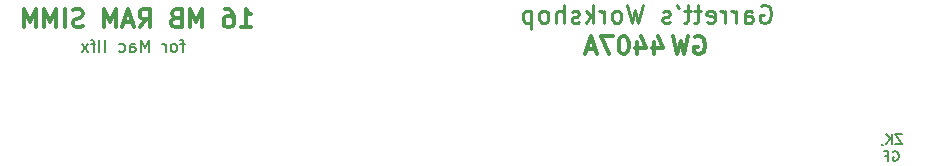
<source format=gbo>
G04 #@! TF.GenerationSoftware,KiCad,Pcbnew,(5.1.10-1-10_14)*
G04 #@! TF.CreationDate,2021-12-06T12:39:38-05:00*
G04 #@! TF.ProjectId,MacIIfxRAMSIMM,4d616349-4966-4785-9241-4d53494d4d2e,rev?*
G04 #@! TF.SameCoordinates,Original*
G04 #@! TF.FileFunction,Legend,Bot*
G04 #@! TF.FilePolarity,Positive*
%FSLAX46Y46*%
G04 Gerber Fmt 4.6, Leading zero omitted, Abs format (unit mm)*
G04 Created by KiCad (PCBNEW (5.1.10-1-10_14)) date 2021-12-06 12:39:38*
%MOMM*%
%LPD*%
G01*
G04 APERTURE LIST*
%ADD10C,0.203200*%
%ADD11C,0.300000*%
%ADD12C,0.225000*%
%ADD13C,0.175000*%
%ADD14C,2.150000*%
G04 APERTURE END LIST*
D10*
X105545466Y-116774685D02*
X105158419Y-116774685D01*
X105400323Y-117452019D02*
X105400323Y-116581161D01*
X105351942Y-116484400D01*
X105255180Y-116436019D01*
X105158419Y-116436019D01*
X104674609Y-117452019D02*
X104771371Y-117403638D01*
X104819752Y-117355257D01*
X104868133Y-117258495D01*
X104868133Y-116968209D01*
X104819752Y-116871447D01*
X104771371Y-116823066D01*
X104674609Y-116774685D01*
X104529466Y-116774685D01*
X104432704Y-116823066D01*
X104384323Y-116871447D01*
X104335942Y-116968209D01*
X104335942Y-117258495D01*
X104384323Y-117355257D01*
X104432704Y-117403638D01*
X104529466Y-117452019D01*
X104674609Y-117452019D01*
X103900514Y-117452019D02*
X103900514Y-116774685D01*
X103900514Y-116968209D02*
X103852133Y-116871447D01*
X103803752Y-116823066D01*
X103706990Y-116774685D01*
X103610228Y-116774685D01*
X102497466Y-117452019D02*
X102497466Y-116436019D01*
X102158800Y-117161733D01*
X101820133Y-116436019D01*
X101820133Y-117452019D01*
X100900895Y-117452019D02*
X100900895Y-116919828D01*
X100949276Y-116823066D01*
X101046038Y-116774685D01*
X101239561Y-116774685D01*
X101336323Y-116823066D01*
X100900895Y-117403638D02*
X100997657Y-117452019D01*
X101239561Y-117452019D01*
X101336323Y-117403638D01*
X101384704Y-117306876D01*
X101384704Y-117210114D01*
X101336323Y-117113352D01*
X101239561Y-117064971D01*
X100997657Y-117064971D01*
X100900895Y-117016590D01*
X99981657Y-117403638D02*
X100078419Y-117452019D01*
X100271942Y-117452019D01*
X100368704Y-117403638D01*
X100417085Y-117355257D01*
X100465466Y-117258495D01*
X100465466Y-116968209D01*
X100417085Y-116871447D01*
X100368704Y-116823066D01*
X100271942Y-116774685D01*
X100078419Y-116774685D01*
X99981657Y-116823066D01*
X98772133Y-117452019D02*
X98772133Y-116436019D01*
X98288323Y-117452019D02*
X98288323Y-116436019D01*
X97949657Y-116774685D02*
X97562609Y-116774685D01*
X97804514Y-117452019D02*
X97804514Y-116581161D01*
X97756133Y-116484400D01*
X97659371Y-116436019D01*
X97562609Y-116436019D01*
X97320704Y-117452019D02*
X96788514Y-116774685D01*
X97320704Y-116774685D02*
X96788514Y-117452019D01*
D11*
X148739142Y-116217000D02*
X148881999Y-116145571D01*
X149096285Y-116145571D01*
X149310571Y-116217000D01*
X149453428Y-116359857D01*
X149524856Y-116502714D01*
X149596285Y-116788428D01*
X149596285Y-117002714D01*
X149524856Y-117288428D01*
X149453428Y-117431285D01*
X149310571Y-117574142D01*
X149096285Y-117645571D01*
X148953428Y-117645571D01*
X148739142Y-117574142D01*
X148667714Y-117502714D01*
X148667714Y-117002714D01*
X148953428Y-117002714D01*
X148167714Y-116145571D02*
X147810571Y-117645571D01*
X147524856Y-116574142D01*
X147239142Y-117645571D01*
X146881999Y-116145571D01*
X145257286Y-116645571D02*
X145257286Y-117645571D01*
X145614428Y-116074142D02*
X145971571Y-117145571D01*
X145043000Y-117145571D01*
X143828714Y-116645571D02*
X143828714Y-117645571D01*
X144185857Y-116074142D02*
X144543000Y-117145571D01*
X143614428Y-117145571D01*
X142757286Y-116145571D02*
X142614428Y-116145571D01*
X142471571Y-116217000D01*
X142400143Y-116288428D01*
X142328714Y-116431285D01*
X142257286Y-116717000D01*
X142257286Y-117074142D01*
X142328714Y-117359857D01*
X142400143Y-117502714D01*
X142471571Y-117574142D01*
X142614428Y-117645571D01*
X142757286Y-117645571D01*
X142900143Y-117574142D01*
X142971571Y-117502714D01*
X143043000Y-117359857D01*
X143114428Y-117074142D01*
X143114428Y-116717000D01*
X143043000Y-116431285D01*
X142971571Y-116288428D01*
X142900143Y-116217000D01*
X142757286Y-116145571D01*
X141757286Y-116145571D02*
X140757286Y-116145571D01*
X141400143Y-117645571D01*
X140257286Y-117217000D02*
X139543000Y-117217000D01*
X140400143Y-117645571D02*
X139900143Y-116145571D01*
X139400143Y-117645571D01*
D12*
X154305000Y-113538000D02*
X154450142Y-113465428D01*
X154667857Y-113465428D01*
X154885571Y-113538000D01*
X155030714Y-113683142D01*
X155103285Y-113828285D01*
X155175857Y-114118571D01*
X155175857Y-114336285D01*
X155103285Y-114626571D01*
X155030714Y-114771714D01*
X154885571Y-114916857D01*
X154667857Y-114989428D01*
X154522714Y-114989428D01*
X154305000Y-114916857D01*
X154232428Y-114844285D01*
X154232428Y-114336285D01*
X154522714Y-114336285D01*
X152926142Y-114989428D02*
X152926142Y-114191142D01*
X152998714Y-114046000D01*
X153143857Y-113973428D01*
X153434142Y-113973428D01*
X153579285Y-114046000D01*
X152926142Y-114916857D02*
X153071285Y-114989428D01*
X153434142Y-114989428D01*
X153579285Y-114916857D01*
X153651857Y-114771714D01*
X153651857Y-114626571D01*
X153579285Y-114481428D01*
X153434142Y-114408857D01*
X153071285Y-114408857D01*
X152926142Y-114336285D01*
X152200428Y-114989428D02*
X152200428Y-113973428D01*
X152200428Y-114263714D02*
X152127857Y-114118571D01*
X152055285Y-114046000D01*
X151910142Y-113973428D01*
X151765000Y-113973428D01*
X151257000Y-114989428D02*
X151257000Y-113973428D01*
X151257000Y-114263714D02*
X151184428Y-114118571D01*
X151111857Y-114046000D01*
X150966714Y-113973428D01*
X150821571Y-113973428D01*
X149733000Y-114916857D02*
X149878142Y-114989428D01*
X150168428Y-114989428D01*
X150313571Y-114916857D01*
X150386142Y-114771714D01*
X150386142Y-114191142D01*
X150313571Y-114046000D01*
X150168428Y-113973428D01*
X149878142Y-113973428D01*
X149733000Y-114046000D01*
X149660428Y-114191142D01*
X149660428Y-114336285D01*
X150386142Y-114481428D01*
X149225000Y-113973428D02*
X148644428Y-113973428D01*
X149007285Y-113465428D02*
X149007285Y-114771714D01*
X148934714Y-114916857D01*
X148789571Y-114989428D01*
X148644428Y-114989428D01*
X148354142Y-113973428D02*
X147773571Y-113973428D01*
X148136428Y-113465428D02*
X148136428Y-114771714D01*
X148063857Y-114916857D01*
X147918714Y-114989428D01*
X147773571Y-114989428D01*
X147193000Y-113465428D02*
X147193000Y-113538000D01*
X147265571Y-113683142D01*
X147338142Y-113755714D01*
X146612428Y-114916857D02*
X146467285Y-114989428D01*
X146177000Y-114989428D01*
X146031857Y-114916857D01*
X145959285Y-114771714D01*
X145959285Y-114699142D01*
X146031857Y-114554000D01*
X146177000Y-114481428D01*
X146394714Y-114481428D01*
X146539857Y-114408857D01*
X146612428Y-114263714D01*
X146612428Y-114191142D01*
X146539857Y-114046000D01*
X146394714Y-113973428D01*
X146177000Y-113973428D01*
X146031857Y-114046000D01*
X144290142Y-113465428D02*
X143927285Y-114989428D01*
X143637000Y-113900857D01*
X143346714Y-114989428D01*
X142983857Y-113465428D01*
X142185571Y-114989428D02*
X142330714Y-114916857D01*
X142403285Y-114844285D01*
X142475857Y-114699142D01*
X142475857Y-114263714D01*
X142403285Y-114118571D01*
X142330714Y-114046000D01*
X142185571Y-113973428D01*
X141967857Y-113973428D01*
X141822714Y-114046000D01*
X141750142Y-114118571D01*
X141677571Y-114263714D01*
X141677571Y-114699142D01*
X141750142Y-114844285D01*
X141822714Y-114916857D01*
X141967857Y-114989428D01*
X142185571Y-114989428D01*
X141024428Y-114989428D02*
X141024428Y-113973428D01*
X141024428Y-114263714D02*
X140951857Y-114118571D01*
X140879285Y-114046000D01*
X140734142Y-113973428D01*
X140589000Y-113973428D01*
X140081000Y-114989428D02*
X140081000Y-113465428D01*
X139935857Y-114408857D02*
X139500428Y-114989428D01*
X139500428Y-113973428D02*
X140081000Y-114554000D01*
X138919857Y-114916857D02*
X138774714Y-114989428D01*
X138484428Y-114989428D01*
X138339285Y-114916857D01*
X138266714Y-114771714D01*
X138266714Y-114699142D01*
X138339285Y-114554000D01*
X138484428Y-114481428D01*
X138702142Y-114481428D01*
X138847285Y-114408857D01*
X138919857Y-114263714D01*
X138919857Y-114191142D01*
X138847285Y-114046000D01*
X138702142Y-113973428D01*
X138484428Y-113973428D01*
X138339285Y-114046000D01*
X137613571Y-114989428D02*
X137613571Y-113465428D01*
X136960428Y-114989428D02*
X136960428Y-114191142D01*
X137033000Y-114046000D01*
X137178142Y-113973428D01*
X137395857Y-113973428D01*
X137541000Y-114046000D01*
X137613571Y-114118571D01*
X136017000Y-114989428D02*
X136162142Y-114916857D01*
X136234714Y-114844285D01*
X136307285Y-114699142D01*
X136307285Y-114263714D01*
X136234714Y-114118571D01*
X136162142Y-114046000D01*
X136017000Y-113973428D01*
X135799285Y-113973428D01*
X135654142Y-114046000D01*
X135581571Y-114118571D01*
X135509000Y-114263714D01*
X135509000Y-114699142D01*
X135581571Y-114844285D01*
X135654142Y-114916857D01*
X135799285Y-114989428D01*
X136017000Y-114989428D01*
X134855857Y-113973428D02*
X134855857Y-115497428D01*
X134855857Y-114046000D02*
X134710714Y-113973428D01*
X134420428Y-113973428D01*
X134275285Y-114046000D01*
X134202714Y-114118571D01*
X134130142Y-114263714D01*
X134130142Y-114699142D01*
X134202714Y-114844285D01*
X134275285Y-114916857D01*
X134420428Y-114989428D01*
X134710714Y-114989428D01*
X134855857Y-114916857D01*
D11*
X110254142Y-115370428D02*
X111125000Y-115370428D01*
X110689571Y-115370428D02*
X110689571Y-113846428D01*
X110834714Y-114064142D01*
X110979857Y-114209285D01*
X111125000Y-114281857D01*
X108947857Y-113846428D02*
X109238142Y-113846428D01*
X109383285Y-113919000D01*
X109455857Y-113991571D01*
X109601000Y-114209285D01*
X109673571Y-114499571D01*
X109673571Y-115080142D01*
X109601000Y-115225285D01*
X109528428Y-115297857D01*
X109383285Y-115370428D01*
X109093000Y-115370428D01*
X108947857Y-115297857D01*
X108875285Y-115225285D01*
X108802714Y-115080142D01*
X108802714Y-114717285D01*
X108875285Y-114572142D01*
X108947857Y-114499571D01*
X109093000Y-114427000D01*
X109383285Y-114427000D01*
X109528428Y-114499571D01*
X109601000Y-114572142D01*
X109673571Y-114717285D01*
X106988428Y-115370428D02*
X106988428Y-113846428D01*
X106480428Y-114935000D01*
X105972428Y-113846428D01*
X105972428Y-115370428D01*
X104738714Y-114572142D02*
X104521000Y-114644714D01*
X104448428Y-114717285D01*
X104375857Y-114862428D01*
X104375857Y-115080142D01*
X104448428Y-115225285D01*
X104521000Y-115297857D01*
X104666142Y-115370428D01*
X105246714Y-115370428D01*
X105246714Y-113846428D01*
X104738714Y-113846428D01*
X104593571Y-113919000D01*
X104521000Y-113991571D01*
X104448428Y-114136714D01*
X104448428Y-114281857D01*
X104521000Y-114427000D01*
X104593571Y-114499571D01*
X104738714Y-114572142D01*
X105246714Y-114572142D01*
X101690714Y-115370428D02*
X102198714Y-114644714D01*
X102561571Y-115370428D02*
X102561571Y-113846428D01*
X101981000Y-113846428D01*
X101835857Y-113919000D01*
X101763285Y-113991571D01*
X101690714Y-114136714D01*
X101690714Y-114354428D01*
X101763285Y-114499571D01*
X101835857Y-114572142D01*
X101981000Y-114644714D01*
X102561571Y-114644714D01*
X101110142Y-114935000D02*
X100384428Y-114935000D01*
X101255285Y-115370428D02*
X100747285Y-113846428D01*
X100239285Y-115370428D01*
X99731285Y-115370428D02*
X99731285Y-113846428D01*
X99223285Y-114935000D01*
X98715285Y-113846428D01*
X98715285Y-115370428D01*
X96901000Y-115297857D02*
X96683285Y-115370428D01*
X96320428Y-115370428D01*
X96175285Y-115297857D01*
X96102714Y-115225285D01*
X96030142Y-115080142D01*
X96030142Y-114935000D01*
X96102714Y-114789857D01*
X96175285Y-114717285D01*
X96320428Y-114644714D01*
X96610714Y-114572142D01*
X96755857Y-114499571D01*
X96828428Y-114427000D01*
X96901000Y-114281857D01*
X96901000Y-114136714D01*
X96828428Y-113991571D01*
X96755857Y-113919000D01*
X96610714Y-113846428D01*
X96247857Y-113846428D01*
X96030142Y-113919000D01*
X95377000Y-115370428D02*
X95377000Y-113846428D01*
X94651285Y-115370428D02*
X94651285Y-113846428D01*
X94143285Y-114935000D01*
X93635285Y-113846428D01*
X93635285Y-115370428D01*
X92909571Y-115370428D02*
X92909571Y-113846428D01*
X92401571Y-114935000D01*
X91893571Y-113846428D01*
X91893571Y-115370428D01*
D10*
X166224857Y-124446695D02*
X165682990Y-124446695D01*
X166224857Y-125259495D01*
X165682990Y-125259495D01*
X165373352Y-125259495D02*
X165373352Y-124446695D01*
X164908895Y-125259495D02*
X165257238Y-124795038D01*
X164908895Y-124446695D02*
X165373352Y-124911152D01*
X164521847Y-125220790D02*
X164521847Y-125259495D01*
X164560552Y-125336904D01*
X164599257Y-125375609D01*
X165489466Y-125907800D02*
X165566876Y-125869095D01*
X165682990Y-125869095D01*
X165799104Y-125907800D01*
X165876514Y-125985209D01*
X165915219Y-126062619D01*
X165953923Y-126217438D01*
X165953923Y-126333552D01*
X165915219Y-126488371D01*
X165876514Y-126565780D01*
X165799104Y-126643190D01*
X165682990Y-126681895D01*
X165605580Y-126681895D01*
X165489466Y-126643190D01*
X165450761Y-126604485D01*
X165450761Y-126333552D01*
X165605580Y-126333552D01*
X164831485Y-126256142D02*
X165102419Y-126256142D01*
X165102419Y-126681895D02*
X165102419Y-125869095D01*
X164715371Y-125869095D01*
%LPC*%
D13*
G36*
X117475000Y-127635000D02*
G01*
X78105000Y-127635000D01*
X77597000Y-125031500D01*
X117983000Y-125031500D01*
X117475000Y-127635000D01*
G37*
X117475000Y-127635000D02*
X78105000Y-127635000D01*
X77597000Y-125031500D01*
X117983000Y-125031500D01*
X117475000Y-127635000D01*
G36*
X163195000Y-127635000D02*
G01*
X123825000Y-127635000D01*
X123317000Y-125031500D01*
X163703000Y-125031500D01*
X163195000Y-127635000D01*
G37*
X163195000Y-127635000D02*
X123825000Y-127635000D01*
X123317000Y-125031500D01*
X163703000Y-125031500D01*
X163195000Y-127635000D01*
G36*
G01*
X77509300Y-127233440D02*
X77509300Y-124988560D01*
G75*
G02*
X77985860Y-124512000I476560J0D01*
G01*
X78224140Y-124512000D01*
G75*
G02*
X78700700Y-124988560I0J-476560D01*
G01*
X78700700Y-127233440D01*
G75*
G02*
X78224140Y-127710000I-476560J0D01*
G01*
X77985860Y-127710000D01*
G75*
G02*
X77509300Y-127233440I0J476560D01*
G01*
G37*
G36*
G01*
X78779300Y-127233440D02*
X78779300Y-124988560D01*
G75*
G02*
X79255860Y-124512000I476560J0D01*
G01*
X79494140Y-124512000D01*
G75*
G02*
X79970700Y-124988560I0J-476560D01*
G01*
X79970700Y-127233440D01*
G75*
G02*
X79494140Y-127710000I-476560J0D01*
G01*
X79255860Y-127710000D01*
G75*
G02*
X78779300Y-127233440I0J476560D01*
G01*
G37*
G36*
G01*
X80049300Y-127233440D02*
X80049300Y-124988560D01*
G75*
G02*
X80525860Y-124512000I476560J0D01*
G01*
X80764140Y-124512000D01*
G75*
G02*
X81240700Y-124988560I0J-476560D01*
G01*
X81240700Y-127233440D01*
G75*
G02*
X80764140Y-127710000I-476560J0D01*
G01*
X80525860Y-127710000D01*
G75*
G02*
X80049300Y-127233440I0J476560D01*
G01*
G37*
G36*
G01*
X81319300Y-127233440D02*
X81319300Y-124988560D01*
G75*
G02*
X81795860Y-124512000I476560J0D01*
G01*
X82034140Y-124512000D01*
G75*
G02*
X82510700Y-124988560I0J-476560D01*
G01*
X82510700Y-127233440D01*
G75*
G02*
X82034140Y-127710000I-476560J0D01*
G01*
X81795860Y-127710000D01*
G75*
G02*
X81319300Y-127233440I0J476560D01*
G01*
G37*
G36*
G01*
X82589300Y-127233440D02*
X82589300Y-124988560D01*
G75*
G02*
X83065860Y-124512000I476560J0D01*
G01*
X83304140Y-124512000D01*
G75*
G02*
X83780700Y-124988560I0J-476560D01*
G01*
X83780700Y-127233440D01*
G75*
G02*
X83304140Y-127710000I-476560J0D01*
G01*
X83065860Y-127710000D01*
G75*
G02*
X82589300Y-127233440I0J476560D01*
G01*
G37*
G36*
G01*
X83859300Y-127233440D02*
X83859300Y-124988560D01*
G75*
G02*
X84335860Y-124512000I476560J0D01*
G01*
X84574140Y-124512000D01*
G75*
G02*
X85050700Y-124988560I0J-476560D01*
G01*
X85050700Y-127233440D01*
G75*
G02*
X84574140Y-127710000I-476560J0D01*
G01*
X84335860Y-127710000D01*
G75*
G02*
X83859300Y-127233440I0J476560D01*
G01*
G37*
G36*
G01*
X85129300Y-127233440D02*
X85129300Y-124988560D01*
G75*
G02*
X85605860Y-124512000I476560J0D01*
G01*
X85844140Y-124512000D01*
G75*
G02*
X86320700Y-124988560I0J-476560D01*
G01*
X86320700Y-127233440D01*
G75*
G02*
X85844140Y-127710000I-476560J0D01*
G01*
X85605860Y-127710000D01*
G75*
G02*
X85129300Y-127233440I0J476560D01*
G01*
G37*
G36*
G01*
X86399300Y-127233440D02*
X86399300Y-124988560D01*
G75*
G02*
X86875860Y-124512000I476560J0D01*
G01*
X87114140Y-124512000D01*
G75*
G02*
X87590700Y-124988560I0J-476560D01*
G01*
X87590700Y-127233440D01*
G75*
G02*
X87114140Y-127710000I-476560J0D01*
G01*
X86875860Y-127710000D01*
G75*
G02*
X86399300Y-127233440I0J476560D01*
G01*
G37*
G36*
G01*
X87669300Y-127233440D02*
X87669300Y-124988560D01*
G75*
G02*
X88145860Y-124512000I476560J0D01*
G01*
X88384140Y-124512000D01*
G75*
G02*
X88860700Y-124988560I0J-476560D01*
G01*
X88860700Y-127233440D01*
G75*
G02*
X88384140Y-127710000I-476560J0D01*
G01*
X88145860Y-127710000D01*
G75*
G02*
X87669300Y-127233440I0J476560D01*
G01*
G37*
G36*
G01*
X88939300Y-127233440D02*
X88939300Y-124988560D01*
G75*
G02*
X89415860Y-124512000I476560J0D01*
G01*
X89654140Y-124512000D01*
G75*
G02*
X90130700Y-124988560I0J-476560D01*
G01*
X90130700Y-127233440D01*
G75*
G02*
X89654140Y-127710000I-476560J0D01*
G01*
X89415860Y-127710000D01*
G75*
G02*
X88939300Y-127233440I0J476560D01*
G01*
G37*
G36*
G01*
X90209300Y-127233440D02*
X90209300Y-124988560D01*
G75*
G02*
X90685860Y-124512000I476560J0D01*
G01*
X90924140Y-124512000D01*
G75*
G02*
X91400700Y-124988560I0J-476560D01*
G01*
X91400700Y-127233440D01*
G75*
G02*
X90924140Y-127710000I-476560J0D01*
G01*
X90685860Y-127710000D01*
G75*
G02*
X90209300Y-127233440I0J476560D01*
G01*
G37*
G36*
G01*
X91479300Y-127233440D02*
X91479300Y-124988560D01*
G75*
G02*
X91955860Y-124512000I476560J0D01*
G01*
X92194140Y-124512000D01*
G75*
G02*
X92670700Y-124988560I0J-476560D01*
G01*
X92670700Y-127233440D01*
G75*
G02*
X92194140Y-127710000I-476560J0D01*
G01*
X91955860Y-127710000D01*
G75*
G02*
X91479300Y-127233440I0J476560D01*
G01*
G37*
G36*
G01*
X92749300Y-127233440D02*
X92749300Y-124988560D01*
G75*
G02*
X93225860Y-124512000I476560J0D01*
G01*
X93464140Y-124512000D01*
G75*
G02*
X93940700Y-124988560I0J-476560D01*
G01*
X93940700Y-127233440D01*
G75*
G02*
X93464140Y-127710000I-476560J0D01*
G01*
X93225860Y-127710000D01*
G75*
G02*
X92749300Y-127233440I0J476560D01*
G01*
G37*
G36*
G01*
X94019300Y-127233440D02*
X94019300Y-124988560D01*
G75*
G02*
X94495860Y-124512000I476560J0D01*
G01*
X94734140Y-124512000D01*
G75*
G02*
X95210700Y-124988560I0J-476560D01*
G01*
X95210700Y-127233440D01*
G75*
G02*
X94734140Y-127710000I-476560J0D01*
G01*
X94495860Y-127710000D01*
G75*
G02*
X94019300Y-127233440I0J476560D01*
G01*
G37*
G36*
G01*
X95289300Y-127233440D02*
X95289300Y-124988560D01*
G75*
G02*
X95765860Y-124512000I476560J0D01*
G01*
X96004140Y-124512000D01*
G75*
G02*
X96480700Y-124988560I0J-476560D01*
G01*
X96480700Y-127233440D01*
G75*
G02*
X96004140Y-127710000I-476560J0D01*
G01*
X95765860Y-127710000D01*
G75*
G02*
X95289300Y-127233440I0J476560D01*
G01*
G37*
G36*
G01*
X96559300Y-127233440D02*
X96559300Y-124988560D01*
G75*
G02*
X97035860Y-124512000I476560J0D01*
G01*
X97274140Y-124512000D01*
G75*
G02*
X97750700Y-124988560I0J-476560D01*
G01*
X97750700Y-127233440D01*
G75*
G02*
X97274140Y-127710000I-476560J0D01*
G01*
X97035860Y-127710000D01*
G75*
G02*
X96559300Y-127233440I0J476560D01*
G01*
G37*
G36*
G01*
X97829300Y-127233440D02*
X97829300Y-124988560D01*
G75*
G02*
X98305860Y-124512000I476560J0D01*
G01*
X98544140Y-124512000D01*
G75*
G02*
X99020700Y-124988560I0J-476560D01*
G01*
X99020700Y-127233440D01*
G75*
G02*
X98544140Y-127710000I-476560J0D01*
G01*
X98305860Y-127710000D01*
G75*
G02*
X97829300Y-127233440I0J476560D01*
G01*
G37*
G36*
G01*
X99099300Y-127233440D02*
X99099300Y-124988560D01*
G75*
G02*
X99575860Y-124512000I476560J0D01*
G01*
X99814140Y-124512000D01*
G75*
G02*
X100290700Y-124988560I0J-476560D01*
G01*
X100290700Y-127233440D01*
G75*
G02*
X99814140Y-127710000I-476560J0D01*
G01*
X99575860Y-127710000D01*
G75*
G02*
X99099300Y-127233440I0J476560D01*
G01*
G37*
G36*
G01*
X100369300Y-127233440D02*
X100369300Y-124988560D01*
G75*
G02*
X100845860Y-124512000I476560J0D01*
G01*
X101084140Y-124512000D01*
G75*
G02*
X101560700Y-124988560I0J-476560D01*
G01*
X101560700Y-127233440D01*
G75*
G02*
X101084140Y-127710000I-476560J0D01*
G01*
X100845860Y-127710000D01*
G75*
G02*
X100369300Y-127233440I0J476560D01*
G01*
G37*
G36*
G01*
X101639300Y-127233440D02*
X101639300Y-124988560D01*
G75*
G02*
X102115860Y-124512000I476560J0D01*
G01*
X102354140Y-124512000D01*
G75*
G02*
X102830700Y-124988560I0J-476560D01*
G01*
X102830700Y-127233440D01*
G75*
G02*
X102354140Y-127710000I-476560J0D01*
G01*
X102115860Y-127710000D01*
G75*
G02*
X101639300Y-127233440I0J476560D01*
G01*
G37*
G36*
G01*
X102909300Y-127233440D02*
X102909300Y-124988560D01*
G75*
G02*
X103385860Y-124512000I476560J0D01*
G01*
X103624140Y-124512000D01*
G75*
G02*
X104100700Y-124988560I0J-476560D01*
G01*
X104100700Y-127233440D01*
G75*
G02*
X103624140Y-127710000I-476560J0D01*
G01*
X103385860Y-127710000D01*
G75*
G02*
X102909300Y-127233440I0J476560D01*
G01*
G37*
G36*
G01*
X104179300Y-127233440D02*
X104179300Y-124988560D01*
G75*
G02*
X104655860Y-124512000I476560J0D01*
G01*
X104894140Y-124512000D01*
G75*
G02*
X105370700Y-124988560I0J-476560D01*
G01*
X105370700Y-127233440D01*
G75*
G02*
X104894140Y-127710000I-476560J0D01*
G01*
X104655860Y-127710000D01*
G75*
G02*
X104179300Y-127233440I0J476560D01*
G01*
G37*
G36*
G01*
X105449300Y-127233440D02*
X105449300Y-124988560D01*
G75*
G02*
X105925860Y-124512000I476560J0D01*
G01*
X106164140Y-124512000D01*
G75*
G02*
X106640700Y-124988560I0J-476560D01*
G01*
X106640700Y-127233440D01*
G75*
G02*
X106164140Y-127710000I-476560J0D01*
G01*
X105925860Y-127710000D01*
G75*
G02*
X105449300Y-127233440I0J476560D01*
G01*
G37*
G36*
G01*
X106719300Y-127233440D02*
X106719300Y-124988560D01*
G75*
G02*
X107195860Y-124512000I476560J0D01*
G01*
X107434140Y-124512000D01*
G75*
G02*
X107910700Y-124988560I0J-476560D01*
G01*
X107910700Y-127233440D01*
G75*
G02*
X107434140Y-127710000I-476560J0D01*
G01*
X107195860Y-127710000D01*
G75*
G02*
X106719300Y-127233440I0J476560D01*
G01*
G37*
G36*
G01*
X107989300Y-127233440D02*
X107989300Y-124988560D01*
G75*
G02*
X108465860Y-124512000I476560J0D01*
G01*
X108704140Y-124512000D01*
G75*
G02*
X109180700Y-124988560I0J-476560D01*
G01*
X109180700Y-127233440D01*
G75*
G02*
X108704140Y-127710000I-476560J0D01*
G01*
X108465860Y-127710000D01*
G75*
G02*
X107989300Y-127233440I0J476560D01*
G01*
G37*
G36*
G01*
X109259300Y-127233440D02*
X109259300Y-124988560D01*
G75*
G02*
X109735860Y-124512000I476560J0D01*
G01*
X109974140Y-124512000D01*
G75*
G02*
X110450700Y-124988560I0J-476560D01*
G01*
X110450700Y-127233440D01*
G75*
G02*
X109974140Y-127710000I-476560J0D01*
G01*
X109735860Y-127710000D01*
G75*
G02*
X109259300Y-127233440I0J476560D01*
G01*
G37*
G36*
G01*
X110529300Y-127233440D02*
X110529300Y-124988560D01*
G75*
G02*
X111005860Y-124512000I476560J0D01*
G01*
X111244140Y-124512000D01*
G75*
G02*
X111720700Y-124988560I0J-476560D01*
G01*
X111720700Y-127233440D01*
G75*
G02*
X111244140Y-127710000I-476560J0D01*
G01*
X111005860Y-127710000D01*
G75*
G02*
X110529300Y-127233440I0J476560D01*
G01*
G37*
G36*
G01*
X111799300Y-127233440D02*
X111799300Y-124988560D01*
G75*
G02*
X112275860Y-124512000I476560J0D01*
G01*
X112514140Y-124512000D01*
G75*
G02*
X112990700Y-124988560I0J-476560D01*
G01*
X112990700Y-127233440D01*
G75*
G02*
X112514140Y-127710000I-476560J0D01*
G01*
X112275860Y-127710000D01*
G75*
G02*
X111799300Y-127233440I0J476560D01*
G01*
G37*
G36*
G01*
X113069300Y-127233440D02*
X113069300Y-124988560D01*
G75*
G02*
X113545860Y-124512000I476560J0D01*
G01*
X113784140Y-124512000D01*
G75*
G02*
X114260700Y-124988560I0J-476560D01*
G01*
X114260700Y-127233440D01*
G75*
G02*
X113784140Y-127710000I-476560J0D01*
G01*
X113545860Y-127710000D01*
G75*
G02*
X113069300Y-127233440I0J476560D01*
G01*
G37*
G36*
G01*
X114339300Y-127233440D02*
X114339300Y-124988560D01*
G75*
G02*
X114815860Y-124512000I476560J0D01*
G01*
X115054140Y-124512000D01*
G75*
G02*
X115530700Y-124988560I0J-476560D01*
G01*
X115530700Y-127233440D01*
G75*
G02*
X115054140Y-127710000I-476560J0D01*
G01*
X114815860Y-127710000D01*
G75*
G02*
X114339300Y-127233440I0J476560D01*
G01*
G37*
G36*
G01*
X115609300Y-127233440D02*
X115609300Y-124988560D01*
G75*
G02*
X116085860Y-124512000I476560J0D01*
G01*
X116324140Y-124512000D01*
G75*
G02*
X116800700Y-124988560I0J-476560D01*
G01*
X116800700Y-127233440D01*
G75*
G02*
X116324140Y-127710000I-476560J0D01*
G01*
X116085860Y-127710000D01*
G75*
G02*
X115609300Y-127233440I0J476560D01*
G01*
G37*
G36*
G01*
X116879300Y-127233440D02*
X116879300Y-124988560D01*
G75*
G02*
X117355860Y-124512000I476560J0D01*
G01*
X117594140Y-124512000D01*
G75*
G02*
X118070700Y-124988560I0J-476560D01*
G01*
X118070700Y-127233440D01*
G75*
G02*
X117594140Y-127710000I-476560J0D01*
G01*
X117355860Y-127710000D01*
G75*
G02*
X116879300Y-127233440I0J476560D01*
G01*
G37*
G36*
G01*
X123229300Y-127233440D02*
X123229300Y-124988560D01*
G75*
G02*
X123705860Y-124512000I476560J0D01*
G01*
X123944140Y-124512000D01*
G75*
G02*
X124420700Y-124988560I0J-476560D01*
G01*
X124420700Y-127233440D01*
G75*
G02*
X123944140Y-127710000I-476560J0D01*
G01*
X123705860Y-127710000D01*
G75*
G02*
X123229300Y-127233440I0J476560D01*
G01*
G37*
G36*
G01*
X124499300Y-127233440D02*
X124499300Y-124988560D01*
G75*
G02*
X124975860Y-124512000I476560J0D01*
G01*
X125214140Y-124512000D01*
G75*
G02*
X125690700Y-124988560I0J-476560D01*
G01*
X125690700Y-127233440D01*
G75*
G02*
X125214140Y-127710000I-476560J0D01*
G01*
X124975860Y-127710000D01*
G75*
G02*
X124499300Y-127233440I0J476560D01*
G01*
G37*
G36*
G01*
X125769300Y-127233440D02*
X125769300Y-124988560D01*
G75*
G02*
X126245860Y-124512000I476560J0D01*
G01*
X126484140Y-124512000D01*
G75*
G02*
X126960700Y-124988560I0J-476560D01*
G01*
X126960700Y-127233440D01*
G75*
G02*
X126484140Y-127710000I-476560J0D01*
G01*
X126245860Y-127710000D01*
G75*
G02*
X125769300Y-127233440I0J476560D01*
G01*
G37*
G36*
G01*
X127039300Y-127233440D02*
X127039300Y-124988560D01*
G75*
G02*
X127515860Y-124512000I476560J0D01*
G01*
X127754140Y-124512000D01*
G75*
G02*
X128230700Y-124988560I0J-476560D01*
G01*
X128230700Y-127233440D01*
G75*
G02*
X127754140Y-127710000I-476560J0D01*
G01*
X127515860Y-127710000D01*
G75*
G02*
X127039300Y-127233440I0J476560D01*
G01*
G37*
G36*
G01*
X128309300Y-127233440D02*
X128309300Y-124988560D01*
G75*
G02*
X128785860Y-124512000I476560J0D01*
G01*
X129024140Y-124512000D01*
G75*
G02*
X129500700Y-124988560I0J-476560D01*
G01*
X129500700Y-127233440D01*
G75*
G02*
X129024140Y-127710000I-476560J0D01*
G01*
X128785860Y-127710000D01*
G75*
G02*
X128309300Y-127233440I0J476560D01*
G01*
G37*
G36*
G01*
X129579300Y-127233440D02*
X129579300Y-124988560D01*
G75*
G02*
X130055860Y-124512000I476560J0D01*
G01*
X130294140Y-124512000D01*
G75*
G02*
X130770700Y-124988560I0J-476560D01*
G01*
X130770700Y-127233440D01*
G75*
G02*
X130294140Y-127710000I-476560J0D01*
G01*
X130055860Y-127710000D01*
G75*
G02*
X129579300Y-127233440I0J476560D01*
G01*
G37*
G36*
G01*
X130849300Y-127233440D02*
X130849300Y-124988560D01*
G75*
G02*
X131325860Y-124512000I476560J0D01*
G01*
X131564140Y-124512000D01*
G75*
G02*
X132040700Y-124988560I0J-476560D01*
G01*
X132040700Y-127233440D01*
G75*
G02*
X131564140Y-127710000I-476560J0D01*
G01*
X131325860Y-127710000D01*
G75*
G02*
X130849300Y-127233440I0J476560D01*
G01*
G37*
G36*
G01*
X132119300Y-127233440D02*
X132119300Y-124988560D01*
G75*
G02*
X132595860Y-124512000I476560J0D01*
G01*
X132834140Y-124512000D01*
G75*
G02*
X133310700Y-124988560I0J-476560D01*
G01*
X133310700Y-127233440D01*
G75*
G02*
X132834140Y-127710000I-476560J0D01*
G01*
X132595860Y-127710000D01*
G75*
G02*
X132119300Y-127233440I0J476560D01*
G01*
G37*
G36*
G01*
X133389300Y-127233440D02*
X133389300Y-124988560D01*
G75*
G02*
X133865860Y-124512000I476560J0D01*
G01*
X134104140Y-124512000D01*
G75*
G02*
X134580700Y-124988560I0J-476560D01*
G01*
X134580700Y-127233440D01*
G75*
G02*
X134104140Y-127710000I-476560J0D01*
G01*
X133865860Y-127710000D01*
G75*
G02*
X133389300Y-127233440I0J476560D01*
G01*
G37*
G36*
G01*
X134659300Y-127233440D02*
X134659300Y-124988560D01*
G75*
G02*
X135135860Y-124512000I476560J0D01*
G01*
X135374140Y-124512000D01*
G75*
G02*
X135850700Y-124988560I0J-476560D01*
G01*
X135850700Y-127233440D01*
G75*
G02*
X135374140Y-127710000I-476560J0D01*
G01*
X135135860Y-127710000D01*
G75*
G02*
X134659300Y-127233440I0J476560D01*
G01*
G37*
G36*
G01*
X135929300Y-127233440D02*
X135929300Y-124988560D01*
G75*
G02*
X136405860Y-124512000I476560J0D01*
G01*
X136644140Y-124512000D01*
G75*
G02*
X137120700Y-124988560I0J-476560D01*
G01*
X137120700Y-127233440D01*
G75*
G02*
X136644140Y-127710000I-476560J0D01*
G01*
X136405860Y-127710000D01*
G75*
G02*
X135929300Y-127233440I0J476560D01*
G01*
G37*
G36*
G01*
X137199300Y-127233440D02*
X137199300Y-124988560D01*
G75*
G02*
X137675860Y-124512000I476560J0D01*
G01*
X137914140Y-124512000D01*
G75*
G02*
X138390700Y-124988560I0J-476560D01*
G01*
X138390700Y-127233440D01*
G75*
G02*
X137914140Y-127710000I-476560J0D01*
G01*
X137675860Y-127710000D01*
G75*
G02*
X137199300Y-127233440I0J476560D01*
G01*
G37*
G36*
G01*
X138469300Y-127233440D02*
X138469300Y-124988560D01*
G75*
G02*
X138945860Y-124512000I476560J0D01*
G01*
X139184140Y-124512000D01*
G75*
G02*
X139660700Y-124988560I0J-476560D01*
G01*
X139660700Y-127233440D01*
G75*
G02*
X139184140Y-127710000I-476560J0D01*
G01*
X138945860Y-127710000D01*
G75*
G02*
X138469300Y-127233440I0J476560D01*
G01*
G37*
G36*
G01*
X139739300Y-127233440D02*
X139739300Y-124988560D01*
G75*
G02*
X140215860Y-124512000I476560J0D01*
G01*
X140454140Y-124512000D01*
G75*
G02*
X140930700Y-124988560I0J-476560D01*
G01*
X140930700Y-127233440D01*
G75*
G02*
X140454140Y-127710000I-476560J0D01*
G01*
X140215860Y-127710000D01*
G75*
G02*
X139739300Y-127233440I0J476560D01*
G01*
G37*
G36*
G01*
X141009300Y-127233440D02*
X141009300Y-124988560D01*
G75*
G02*
X141485860Y-124512000I476560J0D01*
G01*
X141724140Y-124512000D01*
G75*
G02*
X142200700Y-124988560I0J-476560D01*
G01*
X142200700Y-127233440D01*
G75*
G02*
X141724140Y-127710000I-476560J0D01*
G01*
X141485860Y-127710000D01*
G75*
G02*
X141009300Y-127233440I0J476560D01*
G01*
G37*
G36*
G01*
X142279300Y-127233440D02*
X142279300Y-124988560D01*
G75*
G02*
X142755860Y-124512000I476560J0D01*
G01*
X142994140Y-124512000D01*
G75*
G02*
X143470700Y-124988560I0J-476560D01*
G01*
X143470700Y-127233440D01*
G75*
G02*
X142994140Y-127710000I-476560J0D01*
G01*
X142755860Y-127710000D01*
G75*
G02*
X142279300Y-127233440I0J476560D01*
G01*
G37*
G36*
G01*
X143549300Y-127233440D02*
X143549300Y-124988560D01*
G75*
G02*
X144025860Y-124512000I476560J0D01*
G01*
X144264140Y-124512000D01*
G75*
G02*
X144740700Y-124988560I0J-476560D01*
G01*
X144740700Y-127233440D01*
G75*
G02*
X144264140Y-127710000I-476560J0D01*
G01*
X144025860Y-127710000D01*
G75*
G02*
X143549300Y-127233440I0J476560D01*
G01*
G37*
G36*
G01*
X144819300Y-127233440D02*
X144819300Y-124988560D01*
G75*
G02*
X145295860Y-124512000I476560J0D01*
G01*
X145534140Y-124512000D01*
G75*
G02*
X146010700Y-124988560I0J-476560D01*
G01*
X146010700Y-127233440D01*
G75*
G02*
X145534140Y-127710000I-476560J0D01*
G01*
X145295860Y-127710000D01*
G75*
G02*
X144819300Y-127233440I0J476560D01*
G01*
G37*
G36*
G01*
X146089300Y-127233440D02*
X146089300Y-124988560D01*
G75*
G02*
X146565860Y-124512000I476560J0D01*
G01*
X146804140Y-124512000D01*
G75*
G02*
X147280700Y-124988560I0J-476560D01*
G01*
X147280700Y-127233440D01*
G75*
G02*
X146804140Y-127710000I-476560J0D01*
G01*
X146565860Y-127710000D01*
G75*
G02*
X146089300Y-127233440I0J476560D01*
G01*
G37*
G36*
G01*
X147359300Y-127233440D02*
X147359300Y-124988560D01*
G75*
G02*
X147835860Y-124512000I476560J0D01*
G01*
X148074140Y-124512000D01*
G75*
G02*
X148550700Y-124988560I0J-476560D01*
G01*
X148550700Y-127233440D01*
G75*
G02*
X148074140Y-127710000I-476560J0D01*
G01*
X147835860Y-127710000D01*
G75*
G02*
X147359300Y-127233440I0J476560D01*
G01*
G37*
G36*
G01*
X148629300Y-127233440D02*
X148629300Y-124988560D01*
G75*
G02*
X149105860Y-124512000I476560J0D01*
G01*
X149344140Y-124512000D01*
G75*
G02*
X149820700Y-124988560I0J-476560D01*
G01*
X149820700Y-127233440D01*
G75*
G02*
X149344140Y-127710000I-476560J0D01*
G01*
X149105860Y-127710000D01*
G75*
G02*
X148629300Y-127233440I0J476560D01*
G01*
G37*
G36*
G01*
X149899300Y-127233440D02*
X149899300Y-124988560D01*
G75*
G02*
X150375860Y-124512000I476560J0D01*
G01*
X150614140Y-124512000D01*
G75*
G02*
X151090700Y-124988560I0J-476560D01*
G01*
X151090700Y-127233440D01*
G75*
G02*
X150614140Y-127710000I-476560J0D01*
G01*
X150375860Y-127710000D01*
G75*
G02*
X149899300Y-127233440I0J476560D01*
G01*
G37*
G36*
G01*
X151169300Y-127233440D02*
X151169300Y-124988560D01*
G75*
G02*
X151645860Y-124512000I476560J0D01*
G01*
X151884140Y-124512000D01*
G75*
G02*
X152360700Y-124988560I0J-476560D01*
G01*
X152360700Y-127233440D01*
G75*
G02*
X151884140Y-127710000I-476560J0D01*
G01*
X151645860Y-127710000D01*
G75*
G02*
X151169300Y-127233440I0J476560D01*
G01*
G37*
G36*
G01*
X152439300Y-127233440D02*
X152439300Y-124988560D01*
G75*
G02*
X152915860Y-124512000I476560J0D01*
G01*
X153154140Y-124512000D01*
G75*
G02*
X153630700Y-124988560I0J-476560D01*
G01*
X153630700Y-127233440D01*
G75*
G02*
X153154140Y-127710000I-476560J0D01*
G01*
X152915860Y-127710000D01*
G75*
G02*
X152439300Y-127233440I0J476560D01*
G01*
G37*
G36*
G01*
X153709300Y-127233440D02*
X153709300Y-124988560D01*
G75*
G02*
X154185860Y-124512000I476560J0D01*
G01*
X154424140Y-124512000D01*
G75*
G02*
X154900700Y-124988560I0J-476560D01*
G01*
X154900700Y-127233440D01*
G75*
G02*
X154424140Y-127710000I-476560J0D01*
G01*
X154185860Y-127710000D01*
G75*
G02*
X153709300Y-127233440I0J476560D01*
G01*
G37*
G36*
G01*
X154979300Y-127233440D02*
X154979300Y-124988560D01*
G75*
G02*
X155455860Y-124512000I476560J0D01*
G01*
X155694140Y-124512000D01*
G75*
G02*
X156170700Y-124988560I0J-476560D01*
G01*
X156170700Y-127233440D01*
G75*
G02*
X155694140Y-127710000I-476560J0D01*
G01*
X155455860Y-127710000D01*
G75*
G02*
X154979300Y-127233440I0J476560D01*
G01*
G37*
G36*
G01*
X156249300Y-127233440D02*
X156249300Y-124988560D01*
G75*
G02*
X156725860Y-124512000I476560J0D01*
G01*
X156964140Y-124512000D01*
G75*
G02*
X157440700Y-124988560I0J-476560D01*
G01*
X157440700Y-127233440D01*
G75*
G02*
X156964140Y-127710000I-476560J0D01*
G01*
X156725860Y-127710000D01*
G75*
G02*
X156249300Y-127233440I0J476560D01*
G01*
G37*
G36*
G01*
X157519300Y-127233440D02*
X157519300Y-124988560D01*
G75*
G02*
X157995860Y-124512000I476560J0D01*
G01*
X158234140Y-124512000D01*
G75*
G02*
X158710700Y-124988560I0J-476560D01*
G01*
X158710700Y-127233440D01*
G75*
G02*
X158234140Y-127710000I-476560J0D01*
G01*
X157995860Y-127710000D01*
G75*
G02*
X157519300Y-127233440I0J476560D01*
G01*
G37*
G36*
G01*
X158789300Y-127233440D02*
X158789300Y-124988560D01*
G75*
G02*
X159265860Y-124512000I476560J0D01*
G01*
X159504140Y-124512000D01*
G75*
G02*
X159980700Y-124988560I0J-476560D01*
G01*
X159980700Y-127233440D01*
G75*
G02*
X159504140Y-127710000I-476560J0D01*
G01*
X159265860Y-127710000D01*
G75*
G02*
X158789300Y-127233440I0J476560D01*
G01*
G37*
G36*
G01*
X160059300Y-127233440D02*
X160059300Y-124988560D01*
G75*
G02*
X160535860Y-124512000I476560J0D01*
G01*
X160774140Y-124512000D01*
G75*
G02*
X161250700Y-124988560I0J-476560D01*
G01*
X161250700Y-127233440D01*
G75*
G02*
X160774140Y-127710000I-476560J0D01*
G01*
X160535860Y-127710000D01*
G75*
G02*
X160059300Y-127233440I0J476560D01*
G01*
G37*
G36*
G01*
X161329300Y-127233440D02*
X161329300Y-124988560D01*
G75*
G02*
X161805860Y-124512000I476560J0D01*
G01*
X162044140Y-124512000D01*
G75*
G02*
X162520700Y-124988560I0J-476560D01*
G01*
X162520700Y-127233440D01*
G75*
G02*
X162044140Y-127710000I-476560J0D01*
G01*
X161805860Y-127710000D01*
G75*
G02*
X161329300Y-127233440I0J476560D01*
G01*
G37*
G36*
G01*
X162599300Y-127233440D02*
X162599300Y-124988560D01*
G75*
G02*
X163075860Y-124512000I476560J0D01*
G01*
X163314140Y-124512000D01*
G75*
G02*
X163790700Y-124988560I0J-476560D01*
G01*
X163790700Y-127233440D01*
G75*
G02*
X163314140Y-127710000I-476560J0D01*
G01*
X163075860Y-127710000D01*
G75*
G02*
X162599300Y-127233440I0J476560D01*
G01*
G37*
D14*
X73406000Y-103886000D03*
X75438000Y-125984000D03*
X167894000Y-125984000D03*
X167894000Y-103886000D03*
M02*

</source>
